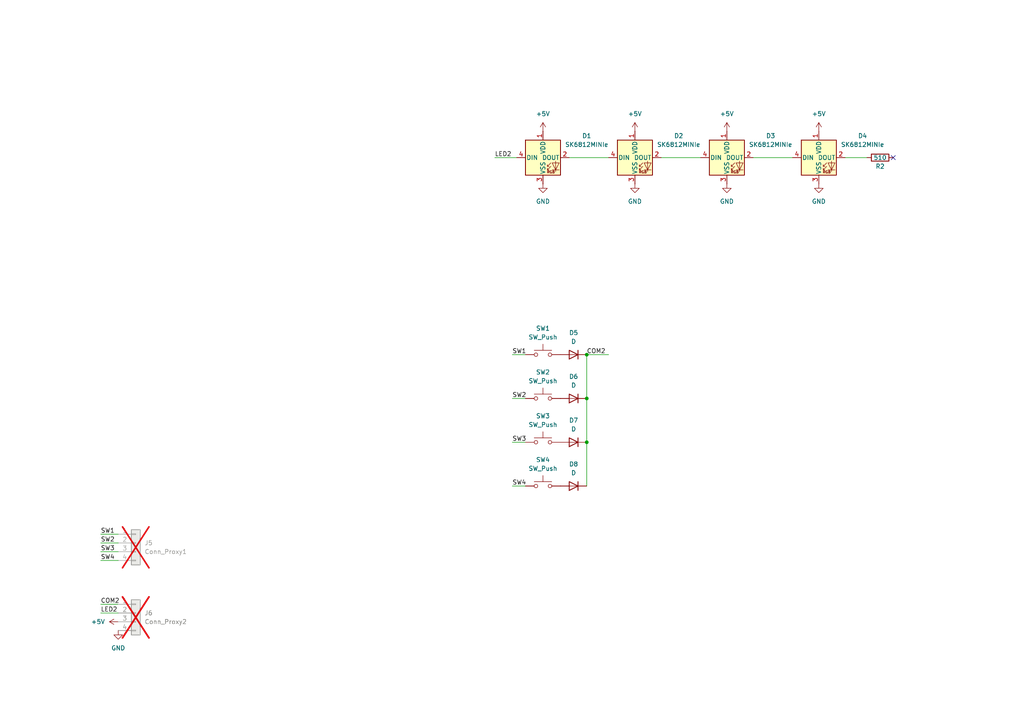
<source format=kicad_sch>
(kicad_sch (version 20231120) (generator "eeschema") (generator_version "8.0")
  (paper "A4")
  (lib_symbols
    (symbol "Connector_Generic:Conn_01x04" (pin_names (offset 1.016) hide)
      (property "Reference" "J" (at 0 5.08 0))
      (property "Value" "Conn_01x04" (at 0 -7.62 0))
      (symbol "Conn_01x04_1_1"
        (rectangle (start -1.27 -4.953) (end 0 -5.207) (stroke (width 0.1524)))
        (rectangle (start -1.27 -2.413) (end 0 -2.667) (stroke (width 0.1524)))
        (rectangle (start -1.27 0.127) (end 0 -0.127) (stroke (width 0.1524)))
        (rectangle (start -1.27 2.667) (end 0 2.413) (stroke (width 0.1524)))
        (rectangle (start -1.27 3.81) (end 1.27 -6.35) (stroke (width 0.254)) (fill (type background)))
        (pin passive line (at -5.08 2.54 0) (length 3.81) (name "Pin_1") (number "1"))
        (pin passive line (at -5.08 0 0) (length 3.81) (name "Pin_2") (number "2"))
        (pin passive line (at -5.08 -2.54 0) (length 3.81) (name "Pin_3") (number "3"))
        (pin passive line (at -5.08 -5.08 0) (length 3.81) (name "Pin_4") (number "4"))
      )
    )
    (symbol "Device:D" (pin_numbers hide) (pin_names (offset 1.016) hide)
      (property "Reference" "D" (at 0 2.54 0))
      (property "Value" "D" (at 0 -2.54 0))
      (symbol "D_0_1"
        (polyline (pts (xy -1.27 1.27) (xy -1.27 -1.27)) (stroke (width 0.254)))
        (polyline (pts (xy 1.27 0) (xy -1.27 0)))
        (polyline (pts (xy 1.27 1.27) (xy 1.27 -1.27) (xy -1.27 0) (xy 1.27 1.27)) (stroke (width 0.254)))
      )
      (symbol "D_1_1"
        (pin passive line (at -3.81 0 0) (length 2.54) (name "K") (number "1"))
        (pin passive line (at 3.81 0 180) (length 2.54) (name "A") (number "2"))
      )
    )
    (symbol "Device:R" (pin_numbers hide) (pin_names (offset 0))
      (property "Reference" "R" (at 2.032 0 90))
      (property "Value" "R" (at 0 0 90))
      (symbol "R_0_1"
        (rectangle (start -1.016 -2.54) (end 1.016 2.54) (stroke (width 0.254)))
      )
      (symbol "R_1_1"
        (pin passive line (at 0 3.81 270) (length 1.27) (name "~") (number "1"))
        (pin passive line (at 0 -3.81 90) (length 1.27) (name "~") (number "2"))
      )
    )
    (symbol "Library:SK6812MINIe" (pin_names (offset 0.254))
      (property "Reference" "D" (at 5.08 5.715 0))
      (property "Value" "SK6812MINIe" (at 1.27 -5.715 0))
      (symbol "SK6812MINIe_0_0"
        (text "RGB" (at 2.286 -4.191 0) (effects (font (size 0.762 0.762))))
      )
      (symbol "SK6812MINIe_0_1"
        (polyline (pts (xy 1.27 -3.556) (xy 1.778 -3.556)))
        (polyline (pts (xy 1.27 -2.54) (xy 1.778 -2.54)))
        (polyline (pts (xy 4.699 -3.556) (xy 2.667 -3.556)))
        (polyline (pts (xy 2.286 -2.54) (xy 1.27 -3.556) (xy 1.27 -3.048)))
        (polyline (pts (xy 2.286 -1.524) (xy 1.27 -2.54) (xy 1.27 -2.032)))
        (polyline (pts (xy 3.683 -1.016) (xy 3.683 -3.556) (xy 3.683 -4.064)))
        (polyline (pts (xy 4.699 -1.524) (xy 2.667 -1.524) (xy 3.683 -3.556) (xy 4.699 -1.524)))
        (rectangle (start 5.08 5.08) (end -5.08 -5.08) (stroke (width 0.254)) (fill (type background)))
      )
      (symbol "SK6812MINIe_1_1"
        (pin power_in line (at 0 7.62 270) (length 2.54) (name "VDD") (number "1"))
        (pin output line (at 7.62 0 180) (length 2.54) (name "DOUT") (number "2"))
        (pin power_in line (at 0 -7.62 90) (length 2.54) (name "VSS") (number "3"))
        (pin input line (at -7.62 0 0) (length 2.54) (name "DIN") (number "4"))
      )
    )
    (symbol "Switch:SW_Push" (pin_numbers hide) (pin_names (offset 1.016) hide)
      (property "Reference" "SW" (at 1.27 2.54 0))
      (property "Value" "SW_Push" (at 0 -1.524 0))
      (symbol "SW_Push_0_1"
        (circle (center -2.032 0) (radius 0.508))
        (polyline (pts (xy 0 1.27) (xy 0 3.048)))
        (polyline (pts (xy 2.54 1.27) (xy -2.54 1.27)))
        (circle (center 2.032 0) (radius 0.508))
        (pin passive line (at -5.08 0 0) (length 2.54) (name "1") (number "1"))
        (pin passive line (at 5.08 0 180) (length 2.54) (name "2") (number "2"))
      )
    )
    (symbol "power:+5V" (power) (pin_numbers hide) (pin_names (offset 0) hide)
      (property "Value" "+5V" (at 0 3.556 0))
      (symbol "+5V_0_1"
        (polyline (pts (xy -0.762 1.27) (xy 0 2.54)))
        (polyline (pts (xy 0 0) (xy 0 2.54)))
        (polyline (pts (xy 0 2.54) (xy 0.762 1.27)))
      )
      (symbol "+5V_1_1"
        (pin power_in line (at 0 0 90) (length 0) (name "~") (number "1"))
      )
    )
    (symbol "power:GND" (power) (pin_numbers hide) (pin_names (offset 0) hide)
      (property "Value" "GND" (at 0 -3.81 0))
      (symbol "GND_0_1"
        (polyline (pts (xy 0 0) (xy 0 -1.27) (xy 1.27 -1.27) (xy 0 -2.54) (xy -1.27 -1.27) (xy 0 -1.27)))
      )
      (symbol "GND_1_1"
        (pin power_in line (at 0 0 270) (length 0) (name "~") (number "1"))
      )
    )
  )
  (junction (at 170.18 102.87))
  (junction (at 170.18 128.27))
  (junction (at 170.18 115.57))
  (no_connect (at 259.08 45.72))
  (wire (pts (xy 29.21 157.48) (xy 34.29 157.48)))
  (wire (pts (xy 245.11 45.72) (xy 251.46 45.72)))
  (wire (pts (xy 170.18 102.87) (xy 176.53 102.87)))
  (wire (pts (xy 148.59 128.27) (xy 152.4 128.27)))
  (wire (pts (xy 29.21 160.02) (xy 34.29 160.02)))
  (wire (pts (xy 170.18 115.57) (xy 170.18 128.27)))
  (wire (pts (xy 148.59 115.57) (xy 152.4 115.57)))
  (wire (pts (xy 218.44 45.72) (xy 229.87 45.72)))
  (wire (pts (xy 29.21 154.94) (xy 34.29 154.94)))
  (wire (pts (xy 148.59 102.87) (xy 152.4 102.87)))
  (wire (pts (xy 170.18 102.87) (xy 170.18 115.57)))
  (wire (pts (xy 29.21 175.26) (xy 34.29 175.26)))
  (wire (pts (xy 29.21 162.56) (xy 34.29 162.56)))
  (wire (pts (xy 170.18 128.27) (xy 170.18 140.97)))
  (wire (pts (xy 148.59 140.97) (xy 152.4 140.97)))
  (wire (pts (xy 165.1 45.72) (xy 176.53 45.72)))
  (wire (pts (xy 143.51 45.72) (xy 149.86 45.72)))
  (wire (pts (xy 29.21 177.8) (xy 34.29 177.8)))
  (wire (pts (xy 191.77 45.72) (xy 203.2 45.72)))
  (label "SW4" (at 148.59 140.97 0))
  (label "SW1" (at 29.21 154.94 0))
  (label "LED2" (at 143.51 45.72 0))
  (label "LED2" (at 29.21 177.8 0))
  (label "SW4" (at 29.21 162.56 0))
  (label "SW2" (at 29.21 157.48 0))
  (label "COM2" (at 170.18 102.87 0))
  (label "COM2" (at 29.21 175.26 0))
  (label "SW3" (at 29.21 160.02 0))
  (label "SW3" (at 148.59 128.27 0))
  (label "SW2" (at 148.59 115.57 0))
  (label "SW1" (at 148.59 102.87 0))
  (symbol (lib_id "power:+5V") (at 184.15 38.1 0) (unit 1)
    (property "Reference" "#PWR013" (effects (hide yes)))
    (property "Value" "+5V" (at 184.15 33.02 0))
    (property "Description" "Power symbol creates a global label with name \"+5V\"" (effects (hide yes)))
  )
  (symbol (lib_id "power:GND") (at 237.49 53.34 0) (unit 1)
    (property "Reference" "#PWR018" (effects (hide yes)))
    (property "Value" "GND" (at 237.49 58.42 0))
    (property "Description" "Power symbol creates a global label with name \"GND\" , ground" (effects (hide yes)))
  )
  (symbol (lib_id "Library:SK6812MINIe") (at 237.49 45.72 0) (unit 1)
    (property "Reference" "D4" (at 250.19 39.4014 0))
    (property "Value" "SK6812MINIe" (at 250.19 41.9414 0))
    (property "Footprint" "Library:SK6812MINIe (Reverse)" (effects (hide yes)))
    (property "Datasheet" "https://cdn-shop.adafruit.com/product-files/2686/SK6812MINI_REV.01-1-2.pdf" (effects (hide yes)))
    (property "Description" "RGB LED with integrated controller" (effects (hide yes)))
    (property "MPN" "C5149201" (effects (hide yes)))
  )
  (symbol (lib_id "Device:D") (at 166.37 128.27 180) (unit 1)
    (property "Reference" "D7" (at 166.37 121.92 0))
    (property "Value" "D" (at 166.37 124.46 0))
    (property "Footprint" "Diode_SMD:D_0805_2012Metric" (effects (hide yes)))
    (property "Description" "Diode" (effects (hide yes)))
    (property "Sim.Device" "D" (effects (hide yes)))
    (property "Sim.Pins" "1=K 2=A" (effects (hide yes)))
    (property "MPN" "C109001" (effects (hide yes)))
  )
  (symbol (lib_id "Device:D") (at 166.37 140.97 180) (unit 1)
    (property "Reference" "D8" (at 166.37 134.62 0))
    (property "Value" "D" (at 166.37 137.16 0))
    (property "Footprint" "Diode_SMD:D_0805_2012Metric" (effects (hide yes)))
    (property "Description" "Diode" (effects (hide yes)))
    (property "Sim.Device" "D" (effects (hide yes)))
    (property "Sim.Pins" "1=K 2=A" (effects (hide yes)))
    (property "MPN" "C109001" (effects (hide yes)))
  )
  (symbol (lib_id "Device:R") (at 255.27 45.72 90) (unit 1)
    (property "Reference" "R2" (at 255.27 48.26 90))
    (property "Value" "510" (at 255.27 45.72 90))
    (property "Footprint" "Resistor_SMD:R_0402_1005Metric" (effects (hide yes)))
    (property "Description" "Resistor" (effects (hide yes)))
  )
  (symbol (lib_id "Switch:SW_Push") (at 157.48 102.87 0) (unit 1)
    (property "Reference" "SW1" (at 157.48 95.25 0))
    (property "Value" "SW_Push" (at 157.48 97.79 0))
    (property "Footprint" "Library:Keyswitch" (effects (hide yes)))
    (property "Datasheet" "https://wmsc.lcsc.com/wmsc/upload/file/pdf/v2/lcsc/2211090930_Kailh-CPG151101S11-1_C5184526.pdf" (effects (hide yes)))
    (property "Description" "Push button switch, generic, two pins" (effects (hide yes)))
    (property "MPN" "C5184526" (effects (hide yes)))
  )
  (symbol (lib_id "power:+5V") (at 34.29 180.34 90) (unit 1)
    (property "Reference" "#PWR07" (effects (hide yes)))
    (property "Value" "+5V" (at 30.48 180.3399 90) (effects (justify left)))
    (property "Description" "Power symbol creates a global label with name \"+5V\"" (effects (hide yes)))
  )
  (symbol (lib_id "power:GND") (at 34.29 182.88 0) (unit 1)
    (property "Reference" "#PWR012" (effects (hide yes)))
    (property "Value" "GND" (at 34.29 187.96 0))
    (property "Description" "Power symbol creates a global label with name \"GND\" , ground" (effects (hide yes)))
  )
  (symbol (lib_id "power:GND") (at 157.48 53.34 0) (unit 1)
    (property "Reference" "#PWR011" (effects (hide yes)))
    (property "Value" "GND" (at 157.48 58.42 0))
    (property "Description" "Power symbol creates a global label with name \"GND\" , ground" (effects (hide yes)))
  )
  (symbol (lib_id "Library:SK6812MINIe") (at 157.48 45.72 0) (unit 1)
    (property "Reference" "D1" (at 170.18 39.4014 0))
    (property "Value" "SK6812MINIe" (at 170.18 41.9414 0))
    (property "Footprint" "Library:SK6812MINIe (Reverse)" (effects (hide yes)))
    (property "Datasheet" "https://cdn-shop.adafruit.com/product-files/2686/SK6812MINI_REV.01-1-2.pdf" (effects (hide yes)))
    (property "Description" "RGB LED with integrated controller" (effects (hide yes)))
    (property "MPN" "C5149201" (effects (hide yes)))
  )
  (symbol (lib_id "power:GND") (at 184.15 53.34 0) (unit 1)
    (property "Reference" "#PWR014" (effects (hide yes)))
    (property "Value" "GND" (at 184.15 58.42 0))
    (property "Description" "Power symbol creates a global label with name \"GND\" , ground" (effects (hide yes)))
  )
  (symbol (lib_id "Device:D") (at 166.37 102.87 180) (unit 1)
    (property "Reference" "D5" (at 166.37 96.52 0))
    (property "Value" "D" (at 166.37 99.06 0))
    (property "Footprint" "Diode_SMD:D_0805_2012Metric" (effects (hide yes)))
    (property "Description" "Diode" (effects (hide yes)))
    (property "Sim.Device" "D" (effects (hide yes)))
    (property "Sim.Pins" "1=K 2=A" (effects (hide yes)))
    (property "MPN" "C109001" (effects (hide yes)))
  )
  (symbol (lib_id "Switch:SW_Push") (at 157.48 140.97 0) (unit 1)
    (property "Reference" "SW4" (at 157.48 133.35 0))
    (property "Value" "SW_Push" (at 157.48 135.89 0))
    (property "Footprint" "Library:Keyswitch" (effects (hide yes)))
    (property "Datasheet" "https://wmsc.lcsc.com/wmsc/upload/file/pdf/v2/lcsc/2211090930_Kailh-CPG151101S11-1_C5184526.pdf" (effects (hide yes)))
    (property "Description" "Push button switch, generic, two pins" (effects (hide yes)))
    (property "MPN" "C5184526" (effects (hide yes)))
  )
  (symbol (lib_id "Switch:SW_Push") (at 157.48 128.27 0) (unit 1)
    (property "Reference" "SW3" (at 157.48 120.65 0))
    (property "Value" "SW_Push" (at 157.48 123.19 0))
    (property "Footprint" "Library:Keyswitch" (effects (hide yes)))
    (property "Datasheet" "https://wmsc.lcsc.com/wmsc/upload/file/pdf/v2/lcsc/2211090930_Kailh-CPG151101S11-1_C5184526.pdf" (effects (hide yes)))
    (property "Description" "Push button switch, generic, two pins" (effects (hide yes)))
    (property "MPN" "C5184526" (effects (hide yes)))
  )
  (symbol (lib_id "power:+5V") (at 237.49 38.1 0) (unit 1)
    (property "Reference" "#PWR017" (effects (hide yes)))
    (property "Value" "+5V" (at 237.49 33.02 0))
    (property "Description" "Power symbol creates a global label with name \"+5V\"" (effects (hide yes)))
  )
  (symbol (lib_id "power:+5V") (at 157.48 38.1 0) (unit 1)
    (property "Reference" "#PWR010" (effects (hide yes)))
    (property "Value" "+5V" (at 157.48 33.02 0))
    (property "Description" "Power symbol creates a global label with name \"+5V\"" (effects (hide yes)))
  )
  (symbol (lib_id "Connector_Generic:Conn_01x04") (at 39.37 177.8 0) (unit 1) (dnp yes)
    (property "Reference" "J6" (at 41.91 177.7999 0) (effects (justify left)))
    (property "Value" "Conn_Proxy2" (at 41.91 180.3399 0) (effects (justify left)))
    (property "Footprint" "Connector_PinHeader_2.54mm:PinHeader_1x04_P2.54mm_Vertical" (effects (hide yes)))
    (property "Description" "Generic connector, single row, 01x04, script generated (kicad-library-utils/schlib/autogen/connector/)" (effects (hide yes)))
  )
  (symbol (lib_id "Device:D") (at 166.37 115.57 180) (unit 1)
    (property "Reference" "D6" (at 166.37 109.22 0))
    (property "Value" "D" (at 166.37 111.76 0))
    (property "Footprint" "Diode_SMD:D_0805_2012Metric" (effects (hide yes)))
    (property "Description" "Diode" (effects (hide yes)))
    (property "Sim.Device" "D" (effects (hide yes)))
    (property "Sim.Pins" "1=K 2=A" (effects (hide yes)))
    (property "MPN" "C109001" (effects (hide yes)))
  )
  (symbol (lib_id "Library:SK6812MINIe") (at 184.15 45.72 0) (unit 1)
    (property "Reference" "D2" (at 196.85 39.4014 0))
    (property "Value" "SK6812MINIe" (at 196.85 41.9414 0))
    (property "Footprint" "Library:SK6812MINIe (Reverse)" (effects (hide yes)))
    (property "Datasheet" "https://cdn-shop.adafruit.com/product-files/2686/SK6812MINI_REV.01-1-2.pdf" (effects (hide yes)))
    (property "Description" "RGB LED with integrated controller" (effects (hide yes)))
    (property "MPN" "C5149201" (effects (hide yes)))
  )
  (symbol (lib_id "power:GND") (at 210.82 53.34 0) (unit 1)
    (property "Reference" "#PWR016" (effects (hide yes)))
    (property "Value" "GND" (at 210.82 58.42 0))
    (property "Description" "Power symbol creates a global label with name \"GND\" , ground" (effects (hide yes)))
  )
  (symbol (lib_id "power:+5V") (at 210.82 38.1 0) (unit 1)
    (property "Reference" "#PWR015" (effects (hide yes)))
    (property "Value" "+5V" (at 210.82 33.02 0))
    (property "Description" "Power symbol creates a global label with name \"+5V\"" (effects (hide yes)))
  )
  (symbol (lib_id "Library:SK6812MINIe") (at 210.82 45.72 0) (unit 1)
    (property "Reference" "D3" (at 223.52 39.4014 0))
    (property "Value" "SK6812MINIe" (at 223.52 41.9414 0))
    (property "Footprint" "Library:SK6812MINIe (Reverse)" (effects (hide yes)))
    (property "Datasheet" "https://cdn-shop.adafruit.com/product-files/2686/SK6812MINI_REV.01-1-2.pdf" (effects (hide yes)))
    (property "Description" "RGB LED with integrated controller" (effects (hide yes)))
    (property "MPN" "C5149201" (effects (hide yes)))
  )
  (symbol (lib_id "Connector_Generic:Conn_01x04") (at 39.37 157.48 0) (unit 1) (dnp yes)
    (property "Reference" "J5" (at 41.91 157.4799 0) (effects (justify left)))
    (property "Value" "Conn_Proxy1" (at 41.91 160.0199 0) (effects (justify left)))
    (property "Footprint" "Connector_PinHeader_2.54mm:PinHeader_1x04_P2.54mm_Vertical" (effects (hide yes)))
    (property "Description" "Generic connector, single row, 01x04, script generated (kicad-library-utils/schlib/autogen/connector/)" (effects (hide yes)))
  )
  (symbol (lib_id "Switch:SW_Push") (at 157.48 115.57 0) (unit 1)
    (property "Reference" "SW2" (at 157.48 107.95 0))
    (property "Value" "SW_Push" (at 157.48 110.49 0))
    (property "Footprint" "Library:Keyswitch" (effects (hide yes)))
    (property "Datasheet" "https://wmsc.lcsc.com/wmsc/upload/file/pdf/v2/lcsc/2211090930_Kailh-CPG151101S11-1_C5184526.pdf" (effects (hide yes)))
    (property "Description" "Push button switch, generic, two pins" (effects (hide yes)))
    (property "MPN" "C5184526" (effects (hide yes)))
  )
)
</source>
